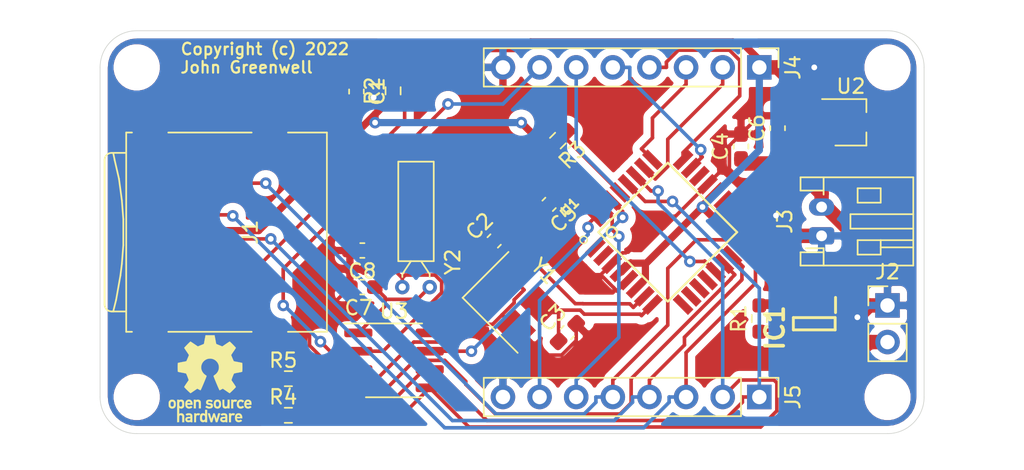
<source format=kicad_pcb>
(kicad_pcb (version 20171130) (host pcbnew "(5.1.10)-1")
  (layers (0 F.Cu signal) (31 B.Cu signal) (34 B.Paste user) (35 F.Paste user) (36 B.SilkS user) (37 F.SilkS user) (38 B.Mask user) (39 F.Mask user) (44 Edge.Cuts user))
  (net 0 "")
  (net 1 +3V3)
  (net 2 GND)
  (net 3 "Net-(C2-Pad1)")
  (net 4 "Net-(C3-Pad1)")
  (net 5 "Net-(C4-Pad1)")
  (net 6 "Net-(C7-Pad1)")
  (net 7 "Net-(C8-Pad1)")
  (net 8 "Net-(IC1-Pad1)")
  (net 9 "Net-(IC1-Pad4)")
  (net 10 "Net-(IC1-Pad5)")
  (net 11 "Net-(J1-Pad8)")
  (net 12 /MISO)
  (net 13 /SCK)
  (net 14 /MOSI)
  (net 15 /CS)
  (net 16 "Net-(J1-Pad1)")
  (net 17 /PB1)
  (net 18 /PC0)
  (net 19 /PC1)
  (net 20 /PC2)
  (net 21 /PC3)
  (net 22 /SCL)
  (net 23 /SDA)
  (net 24 /TXD)
  (net 25 /RXD)
  (net 26 "Net-(R3-Pad1)")
  (net 27 "Net-(U1-Pad2)")
  (net 28 "Net-(U1-Pad9)")
  (net 29 "Net-(U1-Pad10)")
  (net 30 "Net-(U1-Pad11)")
  (net 31 "Net-(U1-Pad12)")
  (net 32 "Net-(U1-Pad19)")
  (net 33 "Net-(U1-Pad22)")
  (net 34 /INT)
  (net 35 /VBAT)
  (net 36 "Net-(U1-Pad1)")
  (module Symbol:OSHW-Logo_5.7x6mm_SilkScreen (layer F.Cu) (at 137.16 109.22)
    (fp_text reference REF** hide)
    (fp_text value OSHW-Logo_5.7x6mm_SilkScreen hide)
  )
  (module MountingHole:MountingHole_2.2mm_M2 (layer F.Cu) (at 132.08 87.63)
    (fp_text reference MH1)
    (fp_text value MountingHole_2.2mm_M2)
    (pad 1 np_thru_hole circle (at 0 0) (size 2.2 2.2) (drill 2.2) (layers *.Cu *.Mask))
  )
  (module MountingHole:MountingHole_2.2mm_M2 (layer F.Cu) (at 132.08 110.49)
    (fp_text reference MH3)
    (fp_text value MountingHole_2.2mm_M2)
    (pad 1 np_thru_hole circle (at 0 0) (size 2.2 2.2) (drill 2.2) (layers *.Cu *.Mask))
  )
  (module MountingHole:MountingHole_2.2mm_M2 (layer F.Cu) (at 184.15 110.49)
    (fp_text reference MH4)
    (fp_text value MountingHole_2.2mm_M2)
    (pad 1 np_thru_hole circle (at 0 0) (size 2.2 2.2) (drill 2.2) (layers *.Cu *.Mask))
  )
  (module MountingHole:MountingHole_2.2mm_M2 (layer F.Cu) (at 184.15 87.63)
    (fp_text reference MH2)
    (fp_text value MountingHole_2.2mm_M2)
    (pad 1 np_thru_hole circle (at 0 0) (size 2.2 2.2) (drill 2.2) (layers *.Cu *.Mask))
  )
  (module Connector_Card:microSD_HC_Wuerth_693072010801 (layer F.Cu) (at 137.16 99.06 90)
    (fp_text reference J1 (at 0 2.794 90) (layer F.SilkS))
    (fp_text value Micro_SD_Card)
    (pad 9 smd rect (at 6.875 -4.15 90) (size 1.45 2) (layers F.Cu F.Paste F.Mask) (net 2 GND))
    (pad 9 smd rect (at -6.875 -4.15 90) (size 1.45 2) (layers F.Cu F.Paste F.Mask) (net 2 GND))
    (pad 9 smd rect (at -6.875 4.15 90) (size 1.45 2) (layers F.Cu F.Paste F.Mask) (net 2 GND))
    (pad 9 smd rect (at 6.875 4.15 90) (size 1.45 2) (layers F.Cu F.Paste F.Mask) (net 2 GND))
    (pad 8 smd rect (at 4.5 -1.55 90) (size 0.8 1.5) (layers F.Cu F.Paste F.Mask) (net 11 "Net-(J1-Pad8)"))
    (pad 7 smd rect (at 3.4 -1.55 90) (size 0.8 1.5) (layers F.Cu F.Paste F.Mask) (net 12 /MISO))
    (pad 6 smd rect (at 2.3 -1.55 90) (size 0.8 1.5) (layers F.Cu F.Paste F.Mask) (net 2 GND))
    (pad 5 smd rect (at 1.2 -1.55 90) (size 0.8 1.5) (layers F.Cu F.Paste F.Mask) (net 13 /SCK))
    (pad 4 smd rect (at 0.1 -1.55 90) (size 0.8 1.5) (layers F.Cu F.Paste F.Mask) (net 1 +3V3))
    (pad 3 smd rect (at -1 -1.55 90) (size 0.8 1.5) (layers F.Cu F.Paste F.Mask) (net 14 /MOSI))
    (pad 2 smd rect (at -2.1 -1.55 90) (size 0.8 1.5) (layers F.Cu F.Paste F.Mask) (net 15 /CS))
    (pad 1 smd rect (at -3.2 -1.55 90) (size 0.8 1.5) (layers F.Cu F.Paste F.Mask) (net 16 "Net-(J1-Pad1)"))
  )
  (module Components:SOT95P280X100-5N (layer F.Cu) (at 179.07 105.41 270)
    (fp_text reference IC1 (at 0.284 2.728 90) (layer F.SilkS) (effects (font (size 1.27 1.27) (thickness 0.254))))
    (fp_text value TP4054-42-SOT25-R hide)
    (pad 1 smd rect (at -1.3 -0.95) (size 0.55 1.05) (layers F.Cu F.Paste F.Mask) (net 8 "Net-(IC1-Pad1)"))
    (pad 2 smd rect (at -1.3 0) (size 0.55 1.05) (layers F.Cu F.Paste F.Mask) (net 2 GND))
    (pad 3 smd rect (at -1.3 0.95) (size 0.55 1.05) (layers F.Cu F.Paste F.Mask) (net 5 "Net-(C4-Pad1)"))
    (pad 4 smd rect (at 1.3 0.95) (size 0.55 1.05) (layers F.Cu F.Paste F.Mask) (net 9 "Net-(IC1-Pad4)"))
    (pad 5 smd rect (at 1.3 -0.95) (size 0.55 1.05) (layers F.Cu F.Paste F.Mask) (net 10 "Net-(IC1-Pad5)"))
  )
  (module Connector_PinHeader_2.54mm:PinHeader_1x02_P2.54mm_Vertical (layer F.Cu) (at 184.15 104.14)
    (fp_text reference J2 (at 0 -2.33) (layer F.SilkS))
    (fp_text value Conn_01x02)
    (pad 1 thru_hole rect (at 0 0) (size 1.7 1.7) (drill 1) (layers *.Cu *.Mask) (net 2 GND))
    (pad 2 thru_hole oval (at 0 2.54) (size 1.7 1.7) (drill 1) (layers *.Cu *.Mask) (net 9 "Net-(IC1-Pad4)"))
  )
  (module Connector_JST:JST_PH_S2B-PH-K_1x02_P2.00mm_Horizontal (layer F.Cu) (at 179.578 99.314 90)
    (fp_text reference J3 (at 1 -2.55 90) (layer F.SilkS))
    (fp_text value Conn_01x02)
    (pad 1 thru_hole roundrect (at 0 0 90) (size 1.2 1.75) (drill 0.75) (layers *.Cu *.Mask) (roundrect_rratio 0.208333) (net 2 GND))
    (pad 2 thru_hole oval (at 2 0 90) (size 1.2 1.75) (drill 0.75) (layers *.Cu *.Mask) (net 5 "Net-(C4-Pad1)"))
  )
  (module Connector_PinHeader_2.54mm:PinHeader_1x08_P2.54mm_Vertical (layer F.Cu) (at 175.26 87.63 270)
    (fp_text reference J4 (at 0 -2.33 90) (layer F.SilkS))
    (fp_text value Conn_01x08)
    (pad 8 thru_hole oval (at 0 17.78 270) (size 1.7 1.7) (drill 1) (layers *.Cu *.Mask) (net 2 GND))
    (pad 7 thru_hole oval (at 0 15.24 270) (size 1.7 1.7) (drill 1) (layers *.Cu *.Mask) (net 35 /VBAT))
    (pad 6 thru_hole oval (at 0 12.7 270) (size 1.7 1.7) (drill 1) (layers *.Cu *.Mask) (net 17 /PB1))
    (pad 5 thru_hole oval (at 0 10.16 270) (size 1.7 1.7) (drill 1) (layers *.Cu *.Mask) (net 18 /PC0))
    (pad 4 thru_hole oval (at 0 7.62 270) (size 1.7 1.7) (drill 1) (layers *.Cu *.Mask) (net 19 /PC1))
    (pad 3 thru_hole oval (at 0 5.08 270) (size 1.7 1.7) (drill 1) (layers *.Cu *.Mask) (net 20 /PC2))
    (pad 2 thru_hole oval (at 0 2.54 270) (size 1.7 1.7) (drill 1) (layers *.Cu *.Mask) (net 21 /PC3))
    (pad 1 thru_hole rect (at 0 0 270) (size 1.7 1.7) (drill 1) (layers *.Cu *.Mask) (net 1 +3V3))
  )
  (module Connector_PinHeader_2.54mm:PinHeader_1x08_P2.54mm_Vertical (layer F.Cu) (at 175.26 110.49 270)
    (fp_text reference J5 (at 0 -2.33 90) (layer F.SilkS))
    (fp_text value Conn_01x08)
    (pad 1 thru_hole rect (at 0 0 270) (size 1.7 1.7) (drill 1) (layers *.Cu *.Mask) (net 22 /SCL))
    (pad 2 thru_hole oval (at 0 2.54 270) (size 1.7 1.7) (drill 1) (layers *.Cu *.Mask) (net 23 /SDA))
    (pad 3 thru_hole oval (at 0 5.08 270) (size 1.7 1.7) (drill 1) (layers *.Cu *.Mask) (net 13 /SCK))
    (pad 4 thru_hole oval (at 0 7.62 270) (size 1.7 1.7) (drill 1) (layers *.Cu *.Mask) (net 14 /MOSI))
    (pad 5 thru_hole oval (at 0 10.16 270) (size 1.7 1.7) (drill 1) (layers *.Cu *.Mask) (net 12 /MISO))
    (pad 6 thru_hole oval (at 0 12.7 270) (size 1.7 1.7) (drill 1) (layers *.Cu *.Mask) (net 24 /TXD))
    (pad 7 thru_hole oval (at 0 15.24 270) (size 1.7 1.7) (drill 1) (layers *.Cu *.Mask) (net 25 /RXD))
    (pad 8 thru_hole oval (at 0 17.78 270) (size 1.7 1.7) (drill 1) (layers *.Cu *.Mask) (net 2 GND))
  )
  (module Resistor_SMD:R_0603_1608Metric_Pad0.98x0.95mm_HandSolder (layer F.Cu) (at 175.26 105.052 90)
    (fp_text reference R1 (at 0 -1.43 90) (layer F.SilkS))
    (fp_text value 2k)
    (pad 2 smd roundrect (at 0.9125 0 90) (size 0.975 0.95) (layers F.Cu F.Paste F.Mask) (net 2 GND))
    (pad 1 smd roundrect (at -0.9125 0 90) (size 0.975 0.95) (layers F.Cu F.Paste F.Mask) (net 10 "Net-(IC1-Pad5)"))
  )
  (module Resistor_SMD:R_0603_1608Metric_Pad0.98x0.95mm_HandSolder (layer F.Cu) (at 149.86 89.2575 90)
    (fp_text reference R2 (at 0 -1.43 90) (layer F.SilkS))
    (fp_text value 10k)
    (pad 1 smd roundrect (at -0.9125 0 90) (size 0.975 0.95) (layers F.Cu F.Paste F.Mask) (net 1 +3V3))
    (pad 2 smd roundrect (at 0.9125 0 90) (size 0.975 0.95) (layers F.Cu F.Paste F.Mask) (net 15 /CS))
  )
  (module Resistor_SMD:R_0603_1608Metric_Pad0.98x0.95mm_HandSolder (layer F.Cu) (at 161.29 92.71 225)
    (fp_text reference R3 (at 0 -1.43 45) (layer F.SilkS))
    (fp_text value 10k)
    (pad 1 smd roundrect (at -0.9125 0 225) (size 0.975 0.95) (layers F.Cu F.Paste F.Mask) (net 26 "Net-(R3-Pad1)"))
    (pad 2 smd roundrect (at 0.9125 0 225) (size 0.975 0.95) (layers F.Cu F.Paste F.Mask) (net 1 +3V3))
  )
  (module Components:QFP80P900X900X120-32N (layer F.Cu) (at 168.91 99.06 45)
    (fp_text reference U1 (at -3.545823 -6.04212 45) (layer F.SilkS) (effects (font (size 0.641669 0.641669))))
    (fp_text value ATMEGA328-AU)
    (pad 1 smd rect (at -4.3 -2.8 45) (size 1.5 0.55) (layers F.Cu F.Paste F.Mask) (net 36 "Net-(U1-Pad1)"))
    (pad 2 smd rect (at -4.3 -2 45) (size 1.5 0.55) (layers F.Cu F.Paste F.Mask) (net 27 "Net-(U1-Pad2)"))
    (pad 3 smd rect (at -4.3 -1.2 45) (size 1.5 0.55) (layers F.Cu F.Paste F.Mask) (net 2 GND))
    (pad 4 smd rect (at -4.3 -0.4 45) (size 1.5 0.55) (layers F.Cu F.Paste F.Mask) (net 1 +3V3))
    (pad 5 smd rect (at -4.3 0.4 45) (size 1.5 0.55) (layers F.Cu F.Paste F.Mask) (net 2 GND))
    (pad 6 smd rect (at -4.3 1.2 45) (size 1.5 0.55) (layers F.Cu F.Paste F.Mask) (net 1 +3V3))
    (pad 7 smd rect (at -4.3 2 45) (size 1.5 0.55) (layers F.Cu F.Paste F.Mask) (net 3 "Net-(C2-Pad1)"))
    (pad 8 smd rect (at -4.3 2.8 45) (size 1.5 0.55) (layers F.Cu F.Paste F.Mask) (net 4 "Net-(C3-Pad1)"))
    (pad 9 smd rect (at -2.8 4.3 45) (size 0.55 1.5) (layers F.Cu F.Paste F.Mask) (net 28 "Net-(U1-Pad9)"))
    (pad 10 smd rect (at -2 4.3 45) (size 0.55 1.5) (layers F.Cu F.Paste F.Mask) (net 29 "Net-(U1-Pad10)"))
    (pad 11 smd rect (at -1.2 4.3 45) (size 0.55 1.5) (layers F.Cu F.Paste F.Mask) (net 30 "Net-(U1-Pad11)"))
    (pad 12 smd rect (at -0.4 4.3 45) (size 0.55 1.5) (layers F.Cu F.Paste F.Mask) (net 31 "Net-(U1-Pad12)"))
    (pad 13 smd rect (at 0.4 4.3 45) (size 0.55 1.5) (layers F.Cu F.Paste F.Mask) (net 17 /PB1))
    (pad 14 smd rect (at 1.2 4.3 45) (size 0.55 1.5) (layers F.Cu F.Paste F.Mask) (net 15 /CS))
    (pad 15 smd rect (at 2 4.3 45) (size 0.55 1.5) (layers F.Cu F.Paste F.Mask) (net 14 /MOSI))
    (pad 16 smd rect (at 2.8 4.3 45) (size 0.55 1.5) (layers F.Cu F.Paste F.Mask) (net 12 /MISO))
    (pad 17 smd rect (at 4.3 2.8 45) (size 1.5 0.55) (layers F.Cu F.Paste F.Mask) (net 13 /SCK))
    (pad 18 smd rect (at 4.3 2 45) (size 1.5 0.55) (layers F.Cu F.Paste F.Mask) (net 1 +3V3))
    (pad 19 smd rect (at 4.3 1.2 45) (size 1.5 0.55) (layers F.Cu F.Paste F.Mask) (net 32 "Net-(U1-Pad19)"))
    (pad 20 smd rect (at 4.3 0.4 45) (size 1.5 0.55) (layers F.Cu F.Paste F.Mask) (net 1 +3V3))
    (pad 21 smd rect (at 4.3 -0.4 45) (size 1.5 0.55) (layers F.Cu F.Paste F.Mask) (net 2 GND))
    (pad 22 smd rect (at 4.3 -1.2 45) (size 1.5 0.55) (layers F.Cu F.Paste F.Mask) (net 33 "Net-(U1-Pad22)"))
    (pad 23 smd rect (at 4.3 -2 45) (size 1.5 0.55) (layers F.Cu F.Paste F.Mask) (net 18 /PC0))
    (pad 24 smd rect (at 4.3 -2.8 45) (size 1.5 0.55) (layers F.Cu F.Paste F.Mask) (net 19 /PC1))
    (pad 25 smd rect (at 2.8 -4.3 45) (size 0.55 1.5) (layers F.Cu F.Paste F.Mask) (net 20 /PC2))
    (pad 26 smd rect (at 2 -4.3 45) (size 0.55 1.5) (layers F.Cu F.Paste F.Mask) (net 21 /PC3))
    (pad 27 smd rect (at 1.2 -4.3 45) (size 0.55 1.5) (layers F.Cu F.Paste F.Mask) (net 23 /SDA))
    (pad 28 smd rect (at 0.4 -4.3 45) (size 0.55 1.5) (layers F.Cu F.Paste F.Mask) (net 22 /SCL))
    (pad 29 smd rect (at -0.4 -4.3 45) (size 0.55 1.5) (layers F.Cu F.Paste F.Mask) (net 26 "Net-(R3-Pad1)"))
    (pad 30 smd rect (at -1.2 -4.3 45) (size 0.55 1.5) (layers F.Cu F.Paste F.Mask) (net 25 /RXD))
    (pad 31 smd rect (at -2 -4.3 45) (size 0.55 1.5) (layers F.Cu F.Paste F.Mask) (net 24 /TXD))
    (pad 32 smd rect (at -2.8 -4.3 45) (size 0.55 1.5) (layers F.Cu F.Paste F.Mask) (net 34 /INT))
  )
  (module Package_TO_SOT_SMD:SOT-23W_Handsoldering (layer F.Cu) (at 181.61 91.44)
    (fp_text reference U2 (at 0 -2.5) (layer F.SilkS))
    (fp_text value MCP1700-3302E_SOT23)
    (pad 1 smd rect (at -1.7 -0.95) (size 2 0.7) (layers F.Cu F.Paste F.Mask) (net 2 GND))
    (pad 2 smd rect (at -1.7 0.95) (size 2 0.7) (layers F.Cu F.Paste F.Mask) (net 1 +3V3))
    (pad 3 smd rect (at 1.7 0) (size 2 0.7) (layers F.Cu F.Paste F.Mask) (net 5 "Net-(C4-Pad1)"))
  )
  (module Package_SO:SOIC-8_3.9x4.9mm_P1.27mm (layer F.Cu) (at 149.925 107.95)
    (fp_text reference U3 (at 0 -3.4) (layer F.SilkS))
    (fp_text value DS1307Z+)
    (pad 1 smd roundrect (at -2.475 -1.905) (size 1.95 0.6) (layers F.Cu F.Paste F.Mask) (net 6 "Net-(C7-Pad1)"))
    (pad 2 smd roundrect (at -2.475 -0.635) (size 1.95 0.6) (layers F.Cu F.Paste F.Mask) (net 7 "Net-(C8-Pad1)"))
    (pad 3 smd roundrect (at -2.475 0.635) (size 1.95 0.6) (layers F.Cu F.Paste F.Mask) (net 35 /VBAT))
    (pad 4 smd roundrect (at -2.475 1.905) (size 1.95 0.6) (layers F.Cu F.Paste F.Mask) (net 2 GND))
    (pad 5 smd roundrect (at 2.475 1.905) (size 1.95 0.6) (layers F.Cu F.Paste F.Mask) (net 23 /SDA))
    (pad 6 smd roundrect (at 2.475 0.635) (size 1.95 0.6) (layers F.Cu F.Paste F.Mask) (net 22 /SCL))
    (pad 7 smd roundrect (at 2.475 -0.635) (size 1.95 0.6) (layers F.Cu F.Paste F.Mask) (net 34 /INT))
    (pad 8 smd roundrect (at 2.475 -1.905) (size 1.95 0.6) (layers F.Cu F.Paste F.Mask) (net 1 +3V3))
  )
  (module Crystal:Crystal_C26-LF_D2.1mm_L6.5mm_Horizontal (layer F.Cu) (at 152.4 102.87 180)
    (fp_text reference Y2 (at -1.6 1.75 90) (layer F.SilkS))
    (fp_text value Crystal_Small)
    (pad 1 thru_hole circle (at 0 0 180) (size 1 1) (drill 0.5) (layers *.Cu *.Mask) (net 6 "Net-(C7-Pad1)"))
    (pad 2 thru_hole circle (at 1.9 0 180) (size 1 1) (drill 0.5) (layers *.Cu *.Mask) (net 7 "Net-(C8-Pad1)"))
  )
  (module Crystal:Crystal_SMD_TXC_7M-4Pin_3.2x2.5mm_HandSoldering (layer F.Cu) (at 158.182 103.928 315)
    (fp_text reference Y1 (at 0 -3.05 135) (layer F.SilkS))
    (fp_text value Crystal_GND24_Small)
    (pad 1 smd rect (at -1.45 1.15 315) (size 2.1 1.8) (layers F.Cu F.Paste F.Mask) (net 3 "Net-(C2-Pad1)"))
    (pad 2 smd rect (at 1.45 1.15 315) (size 2.1 1.8) (layers F.Cu F.Paste F.Mask) (net 2 GND))
    (pad 3 smd rect (at 1.45 -1.15 315) (size 2.1 1.8) (layers F.Cu F.Paste F.Mask) (net 4 "Net-(C3-Pad1)"))
    (pad 4 smd rect (at -1.45 -1.15 315) (size 2.1 1.8) (layers F.Cu F.Paste F.Mask) (net 2 GND))
  )
  (module Capacitor_SMD:C_0603_1608Metric_Pad1.08x0.95mm_HandSolder (layer F.Cu) (at 147.32 89.3075 270)
    (fp_text reference C1 (at 0 -1.43 90) (layer F.SilkS))
    (fp_text value C)
    (pad 1 smd roundrect (at -0.8625 0 270) (size 1.075 0.95) (layers F.Cu F.Paste F.Mask) (net 1 +3V3))
    (pad 2 smd roundrect (at 0.8625 0 270) (size 1.075 0.95) (layers F.Cu F.Paste F.Mask) (net 2 GND))
  )
  (module Capacitor_SMD:C_0603_1608Metric_Pad1.08x0.95mm_HandSolder (layer F.Cu) (at 156.87 99.6699 45)
    (fp_text reference C2 (at 0 -1.43 45) (layer F.SilkS))
    (fp_text value 16pF)
    (pad 1 smd roundrect (at -0.8625 0 45) (size 1.075 0.95) (layers F.Cu F.Paste F.Mask) (net 3 "Net-(C2-Pad1)"))
    (pad 2 smd roundrect (at 0.8625 0 45) (size 1.075 0.95) (layers F.Cu F.Paste F.Mask) (net 2 GND))
  )
  (module Capacitor_SMD:C_0603_1608Metric_Pad1.08x0.95mm_HandSolder (layer F.Cu) (at 161.95 106.02 45)
    (fp_text reference C3 (at 0 -1.43 45) (layer F.SilkS))
    (fp_text value 16pF)
    (pad 2 smd roundrect (at 0.8625 0 45) (size 1.075 0.95) (layers F.Cu F.Paste F.Mask) (net 2 GND))
    (pad 1 smd roundrect (at -0.8625 0 45) (size 1.075 0.95) (layers F.Cu F.Paste F.Mask) (net 4 "Net-(C3-Pad1)"))
  )
  (module Capacitor_SMD:C_0603_1608Metric_Pad1.08x0.95mm_HandSolder (layer F.Cu) (at 173.99 93.1175 90)
    (fp_text reference C4 (at 0 -1.43 90) (layer F.SilkS))
    (fp_text value 10uF)
    (pad 2 smd roundrect (at 0.8625 0 90) (size 1.075 0.95) (layers F.Cu F.Paste F.Mask) (net 2 GND))
    (pad 1 smd roundrect (at -0.8625 0 90) (size 1.075 0.95) (layers F.Cu F.Paste F.Mask) (net 5 "Net-(C4-Pad1)"))
  )
  (module Capacitor_SMD:C_0603_1608Metric_Pad1.08x0.95mm_HandSolder (layer F.Cu) (at 160.68 97.1299 225)
    (fp_text reference C5 (at 0 -1.43 45) (layer F.SilkS))
    (fp_text value 1uF)
    (pad 1 smd roundrect (at -0.8625 0 225) (size 1.075 0.95) (layers F.Cu F.Paste F.Mask) (net 1 +3V3))
    (pad 2 smd roundrect (at 0.8625 0 225) (size 1.075 0.95) (layers F.Cu F.Paste F.Mask) (net 2 GND))
  )
  (module Capacitor_SMD:C_0603_1608Metric_Pad1.08x0.95mm_HandSolder (layer F.Cu) (at 176.53 91.8475 90)
    (fp_text reference C6 (at 0 -1.43 90) (layer F.SilkS))
    (fp_text value 33uF)
    (pad 2 smd roundrect (at 0.8625 0 90) (size 1.075 0.95) (layers F.Cu F.Paste F.Mask) (net 2 GND))
    (pad 1 smd roundrect (at -0.8625 0 90) (size 1.075 0.95) (layers F.Cu F.Paste F.Mask) (net 1 +3V3))
  )
  (module Capacitor_SMD:C_0603_1608Metric_Pad1.08x0.95mm_HandSolder (layer F.Cu) (at 147.728 102.87 180)
    (fp_text reference C7 (at 0.254 -1.43) (layer F.SilkS))
    (fp_text value 16pF)
    (pad 2 smd roundrect (at 0.8625 0 180) (size 1.075 0.95) (layers F.Cu F.Paste F.Mask) (net 2 GND))
    (pad 1 smd roundrect (at -0.8625 0 180) (size 1.075 0.95) (layers F.Cu F.Paste F.Mask) (net 6 "Net-(C7-Pad1)"))
  )
  (module Capacitor_SMD:C_0603_1608Metric_Pad1.08x0.95mm_HandSolder (layer F.Cu) (at 147.728 100.33 180)
    (fp_text reference C8 (at 0 -1.43) (layer F.SilkS))
    (fp_text value 16pF)
    (pad 1 smd roundrect (at -0.8625 0 180) (size 1.075 0.95) (layers F.Cu F.Paste F.Mask) (net 7 "Net-(C8-Pad1)"))
    (pad 2 smd roundrect (at 0.8625 0 180) (size 1.075 0.95) (layers F.Cu F.Paste F.Mask) (net 2 GND))
  )
  (module Resistor_SMD:R_0603_1608Metric_Pad0.98x0.95mm_HandSolder (layer F.Cu) (at 142.598 111.76 180)
    (fp_text reference R4 (at 0.358 1.27) (layer F.SilkS))
    (fp_text value 10k)
    (pad 1 smd roundrect (at -0.9125 0 180) (size 0.975 0.95) (layers F.Cu F.Paste F.Mask) (net 23 /SDA))
    (pad 2 smd roundrect (at 0.9125 0 180) (size 0.975 0.95) (layers F.Cu F.Paste F.Mask) (net 1 +3V3))
  )
  (module Resistor_SMD:R_0603_1608Metric_Pad0.98x0.95mm_HandSolder (layer F.Cu) (at 142.598 109.22 180)
    (fp_text reference R5 (at 0.358 1.27) (layer F.SilkS))
    (fp_text value 10k)
    (pad 1 smd roundrect (at -0.9125 0 180) (size 0.975 0.95) (layers F.Cu F.Paste F.Mask) (net 22 /SCL))
    (pad 2 smd roundrect (at 0.9125 0 180) (size 0.975 0.95) (layers F.Cu F.Paste F.Mask) (net 1 +3V3))
  )
  (gr_text "John Greenwell" (at 139.7 87.63) (layer F.SilkS) (effects (font (size 0.8 0.8))))
  (gr_text "Copyright (c) 2022" (at 140.97 86.36) (layer F.SilkS) (effects (font (size 0.8 0.8))))
  (gr_arc (start 132.08 87.63) (end 132.08 85.09) (angle -90) (layer Edge.Cuts) (width 0.05))
  (gr_arc (start 132.08 110.49) (end 129.54 110.49) (angle -90) (layer Edge.Cuts) (width 0.05))
  (gr_arc (start 184.15 110.49) (end 184.15 113.03) (angle -90) (layer Edge.Cuts) (width 0.05))
  (gr_arc (start 184.15 87.63) (end 186.69 87.63) (angle -90) (layer Edge.Cuts) (width 0.05))
  (gr_line (start 132.08 85.09) (end 184.15 85.09) (layer Edge.Cuts) (width 0.05))
  (gr_line (start 129.54 110.49) (end 129.54 87.63) (layer Edge.Cuts) (width 0.05))
  (gr_line (start 184.15 113.03) (end 132.08 113.03) (layer Edge.Cuts) (width 0.05))
  (gr_line (start 186.69 110.49) (end 186.69 87.63) (layer Edge.Cuts) (width 0.05))
  (segment (start 166.5599 101.2703) (end 166.347 101.0573) (width 0.25) (layer F.Cu) (net 1))
  (segment (start 167.359 101.2703) (end 167.359 102.0692) (width 0.25) (layer F.Cu) (net 1))
  (segment (start 167.359 102.0692) (end 167.4785 102.1886) (width 0.25) (layer F.Cu) (net 1))
  (segment (start 166.718 102.9491) (end 167.4785 102.1886) (width 0.25) (layer F.Cu) (net 1))
  (segment (start 165.5866 101.8177) (end 166.347 101.0573) (width 0.25) (layer F.Cu) (net 1))
  (segment (start 171.3156 97.3137) (end 171.3944 97.3137) (width 0.25) (layer F.Cu) (net 1))
  (segment (start 171.3944 97.3137) (end 171.4731 97.235) (width 0.25) (layer F.Cu) (net 1))
  (segment (start 171.4731 97.235) (end 171.4731 97.0627) (width 0.25) (layer F.Cu) (net 1))
  (segment (start 171.4731 97.0627) (end 171.4731 97.0626) (width 0.25) (layer F.Cu) (net 1))
  (segment (start 171.4731 97.235) (end 172.4321 98.194) (width 0.25) (layer F.Cu) (net 1))
  (segment (start 172.4321 98.194) (end 172.6045 98.194) (width 0.25) (layer F.Cu) (net 1))
  (segment (start 173.3648 97.4337) (end 172.6045 98.194) (width 0.25) (layer F.Cu) (net 1))
  (segment (start 160.6448 95.8749) (end 161.2899 96.52) (width 0.25) (layer F.Cu) (net 1))
  (segment (start 153.7549 100.9164) (end 158.7964 95.8749) (width 0.25) (layer F.Cu) (net 1))
  (segment (start 158.7964 95.8749) (end 160.6448 95.8749) (width 0.25) (layer F.Cu) (net 1))
  (segment (start 160.6448 95.8749) (end 160.6448 93.3552) (width 0.25) (layer F.Cu) (net 1))
  (segment (start 158.75 91.4604) (end 158.75 91.4604) (width 0.25) (layer F.Cu) (net 1))
  (segment (start 150.491 86.4124) (end 158.6552 86.4124) (width 0.25) (layer F.Cu) (net 1))
  (segment (start 172.2334 96.3023) (end 171.4731 97.0626) (width 0.25) (layer F.Cu) (net 1))
  (segment (start 149.2418 89.1751) (end 148.5117 88.445) (width 0.25) (layer F.Cu) (net 1))
  (segment (start 148.5117 88.445) (end 147.32 88.445) (width 0.25) (layer F.Cu) (net 1))
  (via (at 171.3156 97.3137) (size 0.8) (layers F.Cu B.Cu) (net 1))
  (segment (start 177.8 92.71) (end 176.53 92.71) (width 1) (layer F.Cu) (net 1))
  (segment (start 178.12 92.39) (end 177.8 92.71) (width 1) (layer F.Cu) (net 1))
  (segment (start 178.75 92.39) (end 177.8 91.44) (width 1) (layer F.Cu) (net 1))
  (segment (start 179.91 92.39) (end 178.75 92.39) (width 1) (layer F.Cu) (net 1))
  (segment (start 178.75 92.39) (end 178.12 92.39) (width 1) (layer F.Cu) (net 1))
  (segment (start 177.8 91.44) (end 177.8 88.9) (width 1) (layer F.Cu) (net 1))
  (segment (start 177.8 88.9) (end 176.53 87.63) (width 1) (layer F.Cu) (net 1))
  (segment (start 176.53 87.63) (end 175.26 87.63) (width 1) (layer F.Cu) (net 1))
  (segment (start 175.26 87.1121) (end 175.26 87.63) (width 0.5) (layer F.Cu) (net 1))
  (segment (start 174.1274 85.9795) (end 175.26 87.1121) (width 0.5) (layer F.Cu) (net 1))
  (segment (start 173.547286 85.9795) (end 174.1274 85.9795) (width 0.5) (layer F.Cu) (net 1))
  (segment (start 173.429678 85.861892) (end 173.547286 85.9795) (width 0.5) (layer F.Cu) (net 1))
  (segment (start 159.395308 85.861892) (end 173.429678 85.861892) (width 0.5) (layer F.Cu) (net 1))
  (segment (start 158.927201 86.329999) (end 159.395308 85.861892) (width 0.5) (layer F.Cu) (net 1))
  (segment (start 149.435001 86.329999) (end 158.927201 86.329999) (width 0.5) (layer F.Cu) (net 1))
  (segment (start 147.32 88.445) (end 149.435001 86.329999) (width 0.5) (layer F.Cu) (net 1))
  (segment (start 149.86 89.816098) (end 149.86 90.17) (width 0.5) (layer F.Cu) (net 1))
  (segment (start 148.488902 88.445) (end 149.86 89.816098) (width 0.5) (layer F.Cu) (net 1))
  (segment (start 147.32 88.445) (end 148.488902 88.445) (width 0.5) (layer F.Cu) (net 1))
  (segment (start 135.61961 98.95039) (end 135.61 98.96) (width 0.5) (layer F.Cu) (net 1))
  (segment (start 140.538712 98.95039) (end 135.61961 98.95039) (width 0.5) (layer F.Cu) (net 1))
  (segment (start 149.319102 90.17) (end 140.538712 98.95039) (width 0.5) (layer F.Cu) (net 1))
  (segment (start 149.86 90.17) (end 149.319102 90.17) (width 0.5) (layer F.Cu) (net 1))
  (segment (start 140.609998 109.22) (end 141.6855 109.22) (width 0.5) (layer F.Cu) (net 1))
  (segment (start 134.409999 103.020001) (end 140.609998 109.22) (width 0.5) (layer F.Cu) (net 1))
  (segment (start 134.409999 99.299999) (end 134.409999 103.020001) (width 0.5) (layer F.Cu) (net 1))
  (segment (start 134.749998 98.96) (end 134.409999 99.299999) (width 0.5) (layer F.Cu) (net 1))
  (segment (start 135.61 98.96) (end 134.749998 98.96) (width 0.5) (layer F.Cu) (net 1))
  (segment (start 141.6855 111.76) (end 141.6855 109.22) (width 0.5) (layer F.Cu) (net 1))
  (segment (start 152.4 106.045) (end 153.7549 104.6901) (width 0.5) (layer F.Cu) (net 1))
  (segment (start 153.80411 103.490376) (end 153.80411 100.96561) (width 0.5) (layer F.Cu) (net 1))
  (segment (start 153.80411 100.96561) (end 153.7549 100.9164) (width 0.5) (layer F.Cu) (net 1))
  (segment (start 153.7549 103.539586) (end 153.80411 103.490376) (width 0.5) (layer F.Cu) (net 1))
  (segment (start 153.7549 104.6901) (end 153.7549 103.539586) (width 0.5) (layer F.Cu) (net 1))
  (segment (start 158.660214 95.8749) (end 160.6448 95.8749) (width 0.5) (layer F.Cu) (net 1))
  (segment (start 153.80411 100.731004) (end 158.660214 95.8749) (width 0.5) (layer F.Cu) (net 1))
  (segment (start 153.80411 100.96561) (end 153.80411 100.731004) (width 0.5) (layer F.Cu) (net 1))
  (segment (start 160.6448 95.87494) (end 160.6448 95.8749) (width 0.5) (layer F.Cu) (net 1))
  (segment (start 161.28988 96.52002) (end 160.6448 95.87494) (width 0.5) (layer F.Cu) (net 1))
  (segment (start 160.6448 95.87494) (end 160.6448 93.3348) (width 0.5) (layer F.Cu) (net 1))
  (segment (start 158.75 91.46047) (end 158.75 91.4604) (width 0.5) (layer F.Cu) (net 1))
  (segment (start 160.644765 93.355235) (end 158.75 91.46047) (width 0.5) (layer F.Cu) (net 1))
  (segment (start 158.75 91.4604) (end 160.6448 93.3552) (width 0.25) (layer F.Cu) (net 1))
  (via (at 158.75 91.4604) (size 0.8) (drill 0.4) (layers F.Cu B.Cu) (net 1))
  (segment (start 158.75 91.4604) (end 152.4204 91.4604) (width 0.5) (layer B.Cu) (net 1))
  (segment (start 152.4204 91.4604) (end 152.4204 91.4604) (width 0.5) (layer B.Cu) (net 1))
  (segment (start 152.4204 91.4604) (end 148.6104 91.4604) (width 0.5) (layer B.Cu) (net 1))
  (segment (start 148.6104 91.4604) (end 148.6104 91.4604) (width 0.5) (layer B.Cu) (net 1))
  (via (at 148.6104 91.4604) (size 0.8) (drill 0.4) (layers F.Cu B.Cu) (net 1))
  (segment (start 148.6104 90.878702) (end 149.319102 90.17) (width 0.5) (layer F.Cu) (net 1))
  (segment (start 148.6104 91.4604) (end 148.6104 90.878702) (width 0.5) (layer F.Cu) (net 1))
  (segment (start 166.301758 101.208608) (end 167.248608 101.208608) (width 0.5) (layer F.Cu) (net 1))
  (segment (start 165.69265 101.817716) (end 166.301758 101.208608) (width 0.5) (layer F.Cu) (net 1))
  (segment (start 165.586598 101.817716) (end 165.69265 101.817716) (width 0.5) (layer F.Cu) (net 1))
  (segment (start 167.248608 101.208608) (end 167.3103 101.2703) (width 0.5) (layer F.Cu) (net 1))
  (segment (start 167.3103 101.2703) (end 166.5599 101.2703) (width 0.25) (layer F.Cu) (net 1))
  (segment (start 167.359 101.2703) (end 167.3103 101.2703) (width 0.25) (layer F.Cu) (net 1))
  (segment (start 167.359 102.308056) (end 166.717969 102.949087) (width 0.5) (layer F.Cu) (net 1))
  (segment (start 167.359 101.2703) (end 167.359 102.308056) (width 0.5) (layer F.Cu) (net 1))
  (segment (start 167.359 101.2703) (end 171.3156 97.3137) (width 0.5) (layer F.Cu) (net 1))
  (segment (start 171.3156 97.220086) (end 172.233402 96.302284) (width 0.5) (layer F.Cu) (net 1))
  (segment (start 171.3156 97.3137) (end 171.3156 97.220086) (width 0.5) (layer F.Cu) (net 1))
  (segment (start 172.755664 98.042763) (end 173.364773 97.433654) (width 0.5) (layer F.Cu) (net 1))
  (segment (start 172.044663 98.042763) (end 172.755664 98.042763) (width 0.5) (layer F.Cu) (net 1))
  (segment (start 171.3156 97.3137) (end 172.044663 98.042763) (width 0.5) (layer F.Cu) (net 1))
  (segment (start 171.3156 97.3137) (end 175.26 93.3693) (width 0.5) (layer B.Cu) (net 1))
  (segment (start 175.26 93.3693) (end 175.26 87.63) (width 0.5) (layer B.Cu) (net 1))
  (segment (start 158.3204 107.5849) (end 158.3204 108.4743) (width 0.25) (layer F.Cu) (net 2))
  (segment (start 158.3204 108.4743) (end 157.48 109.3147) (width 0.25) (layer F.Cu) (net 2))
  (segment (start 158.3204 105.6928) (end 158.3204 107.5849) (width 0.25) (layer F.Cu) (net 2))
  (segment (start 162.5599 105.4101) (end 162.5599 106.5769) (width 0.25) (layer F.Cu) (net 2))
  (segment (start 162.5599 106.5769) (end 161.5519 107.5849) (width 0.25) (layer F.Cu) (net 2))
  (segment (start 161.5519 107.5849) (end 158.3204 107.5849) (width 0.25) (layer F.Cu) (net 2))
  (segment (start 157.48 110.49) (end 157.48 109.3147) (width 0.25) (layer F.Cu) (net 2))
  (segment (start 158.3204 105.6928) (end 157.4217 104.794) (width 0.25) (layer F.Cu) (net 2))
  (segment (start 158.3941 105.7665) (end 158.3204 105.6928) (width 0.25) (layer F.Cu) (net 2))
  (segment (start 146.8655 102.87) (end 146.8655 100.33) (width 0.25) (layer F.Cu) (net 2))
  (segment (start 144.0638 105.935) (end 144.0638 105.6717) (width 0.25) (layer F.Cu) (net 2))
  (segment (start 144.0638 105.6717) (end 146.8655 102.87) (width 0.25) (layer F.Cu) (net 2))
  (segment (start 157.4799 99.06) (end 158.0591 98.4808) (width 0.25) (layer F.Cu) (net 2))
  (segment (start 158.0591 98.4808) (end 160.0701 98.4808) (width 0.25) (layer F.Cu) (net 2))
  (segment (start 154.5992 105.4485) (end 154.5992 100.7491) (width 0.25) (layer F.Cu) (net 2))
  (segment (start 154.5992 100.7491) (end 156.2883 99.06) (width 0.25) (layer F.Cu) (net 2))
  (segment (start 156.2883 99.06) (end 157.4799 99.06) (width 0.25) (layer F.Cu) (net 2))
  (segment (start 160.0701 98.4808) (end 163.6016 102.0123) (width 0.25) (layer F.Cu) (net 2))
  (segment (start 163.6016 102.0123) (end 164.2605 102.0123) (width 0.25) (layer F.Cu) (net 2))
  (segment (start 160.0701 97.7398) (end 160.0701 98.4808) (width 0.25) (layer F.Cu) (net 2))
  (segment (start 157.4217 104.794) (end 158.2559 103.9598) (width 0.25) (layer F.Cu) (net 2))
  (segment (start 158.2559 103.9598) (end 158.2559 103.7484) (width 0.25) (layer F.Cu) (net 2))
  (segment (start 158.2559 103.7484) (end 158.9424 103.0619) (width 0.25) (layer F.Cu) (net 2))
  (segment (start 154.5992 105.4485) (end 156.7672 105.4485) (width 0.25) (layer F.Cu) (net 2))
  (segment (start 156.7672 105.4485) (end 157.4217 104.794) (width 0.25) (layer F.Cu) (net 2))
  (segment (start 147.32 90.17) (end 145.305 92.185) (width 0.25) (layer F.Cu) (net 2))
  (segment (start 145.305 92.185) (end 141.31 92.185) (width 0.25) (layer F.Cu) (net 2))
  (segment (start 148.5085 89.7226) (end 147.7674 89.7226) (width 0.25) (layer F.Cu) (net 2))
  (segment (start 147.7674 89.7226) (end 147.32 90.17) (width 0.25) (layer F.Cu) (net 2))
  (segment (start 147.45 109.855) (end 148.1228 109.855) (width 0.25) (layer F.Cu) (net 2))
  (segment (start 148.1228 109.855) (end 151.2978 106.68) (width 0.25) (layer F.Cu) (net 2))
  (segment (start 151.2978 106.68) (end 153.4612 106.68) (width 0.25) (layer F.Cu) (net 2))
  (segment (start 153.4612 106.68) (end 154.5992 105.542) (width 0.25) (layer F.Cu) (net 2))
  (segment (start 154.5992 105.542) (end 154.5992 105.4485) (width 0.25) (layer F.Cu) (net 2))
  (segment (start 176.5025 103.8396) (end 177.6232 104.9603) (width 0.25) (layer F.Cu) (net 2))
  (segment (start 177.6232 104.9603) (end 179.07 104.9603) (width 0.25) (layer F.Cu) (net 2))
  (segment (start 177.8275 99.314) (end 176.5025 100.639) (width 0.25) (layer F.Cu) (net 2))
  (segment (start 176.5025 100.639) (end 176.5025 103.8396) (width 0.25) (layer F.Cu) (net 2))
  (segment (start 175.26 104.1395) (end 175.5599 103.8396) (width 0.25) (layer F.Cu) (net 2))
  (segment (start 175.5599 103.8396) (end 176.5025 103.8396) (width 0.25) (layer F.Cu) (net 2))
  (segment (start 179.07 104.11) (end 179.07 104.9603) (width 0.25) (layer F.Cu) (net 2))
  (segment (start 173.99 92.255) (end 173.1832 93.0618) (width 0.25) (layer F.Cu) (net 2))
  (segment (start 173.1832 93.0618) (end 173.1832 94.6697) (width 0.25) (layer F.Cu) (net 2))
  (segment (start 172.4281 94.9762) (end 172.7346 94.6697) (width 0.25) (layer F.Cu) (net 2))
  (segment (start 172.7346 94.6697) (end 173.1832 94.6697) (width 0.25) (layer F.Cu) (net 2))
  (segment (start 157.48 87.63) (end 150.6011 87.63) (width 0.25) (layer B.Cu) (net 2))
  (segment (start 150.6011 87.63) (end 148.5085 89.7226) (width 0.25) (layer B.Cu) (net 2))
  (segment (start 171.6677 95.7366) (end 172.4281 94.9762) (width 0.25) (layer F.Cu) (net 2))
  (segment (start 144.0638 105.935) (end 144.0638 106.9162) (width 0.25) (layer F.Cu) (net 2))
  (segment (start 144.0638 106.9162) (end 147.0026 109.855) (width 0.25) (layer F.Cu) (net 2))
  (segment (start 147.0026 109.855) (end 147.45 109.855) (width 0.25) (layer F.Cu) (net 2))
  (segment (start 164.2605 102.0123) (end 164.2606 102.0123) (width 0.25) (layer F.Cu) (net 2))
  (segment (start 164.2605 102.0123) (end 164.2605 102.0124) (width 0.25) (layer F.Cu) (net 2))
  (segment (start 164.2605 102.0124) (end 165.1509 102.9028) (width 0.25) (layer F.Cu) (net 2))
  (segment (start 165.1509 102.9028) (end 165.151 102.9028) (width 0.25) (layer F.Cu) (net 2))
  (segment (start 165.151 102.9028) (end 165.392 103.1437) (width 0.25) (layer F.Cu) (net 2))
  (segment (start 166.1523 102.3834) (end 165.392 103.1437) (width 0.25) (layer F.Cu) (net 2))
  (segment (start 165.0209 101.252) (end 164.2606 102.0123) (width 0.25) (layer F.Cu) (net 2))
  (segment (start 146.8655 100.33) (end 157.48 89.7155) (width 0.25) (layer F.Cu) (net 2))
  (segment (start 157.48 89.7155) (end 157.48 88.8053) (width 0.25) (layer F.Cu) (net 2))
  (segment (start 144.0638 105.935) (end 142.6353 105.935) (width 0.25) (layer F.Cu) (net 2))
  (segment (start 141.31 105.935) (end 142.6353 105.935) (width 0.25) (layer F.Cu) (net 2))
  (segment (start 165.7814 100.4915) (end 165.7814 100.4916) (width 0.25) (layer F.Cu) (net 2))
  (segment (start 165.7814 100.4916) (end 165.9933 100.4916) (width 0.25) (layer F.Cu) (net 2))
  (segment (start 165.9933 100.4916) (end 166.0463 100.4386) (width 0.25) (layer F.Cu) (net 2))
  (segment (start 166.0463 100.4386) (end 166.1703 100.4386) (width 0.25) (layer F.Cu) (net 2))
  (segment (start 166.1703 100.4386) (end 167.8324 98.7765) (width 0.25) (layer F.Cu) (net 2))
  (segment (start 167.8324 98.7765) (end 168.6278 98.7765) (width 0.25) (layer F.Cu) (net 2))
  (segment (start 168.6278 98.7765) (end 171.6677 95.7366) (width 0.25) (layer F.Cu) (net 2))
  (segment (start 165.0209 101.252) (end 165.7814 100.4915) (width 0.25) (layer F.Cu) (net 2))
  (segment (start 157.48 87.63) (end 157.48 88.8053) (width 0.25) (layer F.Cu) (net 2))
  (segment (start 134.5347 96.76) (end 133.01 98.2847) (width 0.25) (layer F.Cu) (net 2))
  (segment (start 133.01 98.2847) (end 133.01 105.935) (width 0.25) (layer F.Cu) (net 2))
  (segment (start 134.5347 92.7101) (end 134.5347 96.76) (width 0.25) (layer F.Cu) (net 2))
  (segment (start 134.5347 92.7101) (end 139.4596 92.7101) (width 0.25) (layer F.Cu) (net 2))
  (segment (start 139.4596 92.7101) (end 139.9847 92.185) (width 0.25) (layer F.Cu) (net 2))
  (segment (start 133.01 92.7101) (end 134.5347 92.7101) (width 0.25) (layer F.Cu) (net 2))
  (segment (start 135.61 96.76) (end 134.5347 96.76) (width 0.25) (layer F.Cu) (net 2))
  (segment (start 141.31 92.185) (end 139.9847 92.185) (width 0.25) (layer F.Cu) (net 2))
  (segment (start 133.01 92.185) (end 133.01 92.7101) (width 0.25) (layer F.Cu) (net 2))
  (segment (start 176.53 90.985) (end 175.26 90.985) (width 0.25) (layer F.Cu) (net 2))
  (segment (start 175.26 90.985) (end 173.99 92.255) (width 0.25) (layer F.Cu) (net 2))
  (segment (start 157.9699 102.0895) (end 158.9424 103.0619) (width 0.25) (layer F.Cu) (net 2))
  (via (at 148.5085 89.7226) (size 0.8) (layers F.Cu B.Cu) (net 2))
  (segment (start 179.91 90.49) (end 179.91 88.47) (width 1) (layer F.Cu) (net 2))
  (segment (start 179.91 88.47) (end 179.07 87.63) (width 1) (layer F.Cu) (net 2))
  (segment (start 179.07 87.63) (end 179.07 87.63) (width 1) (layer F.Cu) (net 2))
  (via (at 179.07 87.63) (size 0.8) (drill 0.4) (layers F.Cu B.Cu) (net 2))
  (segment (start 177.8275 99.314) (end 176.41675 97.90325) (width 1) (layer F.Cu) (net 2))
  (segment (start 179.578 99.314) (end 177.8275 99.314) (width 1) (layer F.Cu) (net 2))
  (segment (start 173.1832 94.6697) (end 176.41675 97.90325) (width 0.25) (layer F.Cu) (net 2))
  (segment (start 176.41675 97.90325) (end 176.41675 97.90325) (width 0.25) (layer F.Cu) (net 2))
  (via (at 176.41675 97.90325) (size 0.8) (drill 0.4) (layers F.Cu B.Cu) (net 2))
  (segment (start 182.88 104.14) (end 182.0597 104.9603) (width 1) (layer F.Cu) (net 2))
  (segment (start 184.15 104.14) (end 182.88 104.14) (width 1) (layer F.Cu) (net 2))
  (segment (start 182.0597 104.9603) (end 182.0597 104.9603) (width 0.25) (layer F.Cu) (net 2))
  (segment (start 182.0597 104.9603) (end 179.07 104.9603) (width 0.25) (layer F.Cu) (net 2))
  (via (at 182.0597 104.9603) (size 0.8) (drill 0.4) (layers F.Cu B.Cu) (net 2))
  (segment (start 156.2601 100.2798) (end 158.125 100.2798) (width 0.25) (layer F.Cu) (net 3))
  (segment (start 158.125 100.2798) (end 159.1714 101.3262) (width 0.25) (layer F.Cu) (net 3))
  (segment (start 159.1714 101.3262) (end 159.8083 101.3262) (width 0.25) (layer F.Cu) (net 3))
  (segment (start 159.8083 101.3262) (end 162.4991 104.017) (width 0.25) (layer F.Cu) (net 3))
  (segment (start 162.4991 104.017) (end 163.0251 104.017) (width 0.25) (layer F.Cu) (net 3))
  (segment (start 163.0251 104.017) (end 163.0343 104.0262) (width 0.25) (layer F.Cu) (net 3))
  (segment (start 163.0343 104.0262) (end 166.2742 104.0262) (width 0.25) (layer F.Cu) (net 3))
  (segment (start 166.2742 104.0262) (end 166.5233 104.2752) (width 0.25) (layer F.Cu) (net 3))
  (segment (start 167.2837 103.5148) (end 166.5233 104.2752) (width 0.25) (layer F.Cu) (net 3))
  (segment (start 155.8573 103.2297) (end 155.8573 100.6826) (width 0.25) (layer F.Cu) (net 3))
  (segment (start 155.8573 100.6826) (end 156.2601 100.2798) (width 0.25) (layer F.Cu) (net 3))
  (segment (start 156.3435 103.7159) (end 155.8573 103.2297) (width 0.25) (layer F.Cu) (net 3))
  (segment (start 161.3401 104.6263) (end 161.4991 104.4673) (width 0.25) (layer F.Cu) (net 4))
  (segment (start 161.4991 104.4673) (end 162.8385 104.4673) (width 0.25) (layer F.Cu) (net 4))
  (segment (start 162.8385 104.4673) (end 163.1166 104.7454) (width 0.25) (layer F.Cu) (net 4))
  (segment (start 163.1166 104.7454) (end 166.9937 104.7454) (width 0.25) (layer F.Cu) (net 4))
  (segment (start 166.9937 104.7454) (end 167.0891 104.8407) (width 0.25) (layer F.Cu) (net 4))
  (segment (start 161.3401 106.6299) (end 161.3401 104.6263) (width 0.25) (layer F.Cu) (net 4))
  (segment (start 160.5067 104.6263) (end 161.3401 104.6263) (width 0.25) (layer F.Cu) (net 4))
  (segment (start 167.8493 104.0805) (end 167.0891 104.8407) (width 0.25) (layer F.Cu) (net 4))
  (segment (start 160.0205 104.1401) (end 160.5067 104.6263) (width 0.25) (layer F.Cu) (net 4))
  (segment (start 178.12 102.6497) (end 178.12 104.11) (width 0.25) (layer F.Cu) (net 5))
  (segment (start 173.99 93.98) (end 177.1693 93.98) (width 0.25) (layer F.Cu) (net 5))
  (segment (start 183.31 92.1153) (end 179.3073 96.118) (width 0.25) (layer F.Cu) (net 5))
  (segment (start 179.578 96.3887) (end 177.48465 94.29535) (width 1) (layer F.Cu) (net 5))
  (segment (start 179.578 97.314) (end 179.578 96.3887) (width 1) (layer F.Cu) (net 5))
  (segment (start 177.1693 93.98) (end 177.48465 94.29535) (width 0.25) (layer F.Cu) (net 5))
  (segment (start 174.00821 93.99821) (end 174.00821 93.98) (width 1) (layer F.Cu) (net 5))
  (segment (start 174.30535 94.29535) (end 174.00821 93.99821) (width 1) (layer F.Cu) (net 5))
  (segment (start 177.48465 94.29535) (end 174.30535 94.29535) (width 1) (layer F.Cu) (net 5))
  (segment (start 179.578 95.602) (end 183.31 91.87) (width 1) (layer F.Cu) (net 5))
  (segment (start 179.578 96.3887) (end 179.578 95.602) (width 1) (layer F.Cu) (net 5))
  (segment (start 183.31 91.87) (end 183.31 92.1153) (width 0.25) (layer F.Cu) (net 5))
  (segment (start 183.31 91.44) (end 183.31 91.87) (width 0.25) (layer F.Cu) (net 5))
  (segment (start 180.29015 101.64985) (end 179.11985 101.64985) (width 1) (layer F.Cu) (net 5))
  (segment (start 181.61 100.33) (end 180.29015 101.64985) (width 1) (layer F.Cu) (net 5))
  (segment (start 181.61 99.02748) (end 181.61 100.33) (width 1) (layer F.Cu) (net 5))
  (segment (start 179.89652 97.314) (end 181.61 99.02748) (width 1) (layer F.Cu) (net 5))
  (segment (start 179.578 97.314) (end 179.89652 97.314) (width 1) (layer F.Cu) (net 5))
  (segment (start 179.11985 101.64985) (end 178.12 102.6497) (width 0.25) (layer F.Cu) (net 5))
  (segment (start 179.11985 101.64985) (end 179.02015 101.64985) (width 1) (layer F.Cu) (net 5))
  (segment (start 178.094999 104.084999) (end 178.094999 104.11) (width 1) (layer F.Cu) (net 5))
  (segment (start 177.8 103.79) (end 178.094999 104.084999) (width 1) (layer F.Cu) (net 5))
  (segment (start 177.8 102.87) (end 177.8 103.79) (width 1) (layer F.Cu) (net 5))
  (segment (start 179.02015 101.64985) (end 177.8 102.87) (width 1) (layer F.Cu) (net 5))
  (segment (start 149.3027 103.7183) (end 149.3027 104.1923) (width 0.25) (layer F.Cu) (net 6))
  (segment (start 149.3027 104.1923) (end 147.45 106.045) (width 0.25) (layer F.Cu) (net 6))
  (segment (start 148.5905 102.87) (end 149.3027 103.5822) (width 0.25) (layer F.Cu) (net 6))
  (segment (start 149.3027 103.5822) (end 149.3027 103.7183) (width 0.25) (layer F.Cu) (net 6))
  (segment (start 149.3027 103.7183) (end 151.5517 103.7183) (width 0.25) (layer F.Cu) (net 6))
  (segment (start 151.5517 103.7183) (end 152.4 102.87) (width 0.25) (layer F.Cu) (net 6))
  (segment (start 150.5 102.2395) (end 150.7082 102.0313) (width 0.25) (layer F.Cu) (net 7))
  (segment (start 150.7082 102.0313) (end 152.7654 102.0313) (width 0.25) (layer F.Cu) (net 7))
  (segment (start 152.7654 102.0313) (end 153.2291 102.495) (width 0.25) (layer F.Cu) (net 7))
  (segment (start 153.2291 102.495) (end 153.2291 103.2522) (width 0.25) (layer F.Cu) (net 7))
  (segment (start 153.2291 103.2522) (end 149.1663 107.315) (width 0.25) (layer F.Cu) (net 7))
  (segment (start 149.1663 107.315) (end 147.45 107.315) (width 0.25) (layer F.Cu) (net 7))
  (segment (start 150.5 102.2395) (end 148.5905 100.33) (width 0.25) (layer F.Cu) (net 7))
  (segment (start 150.5 102.87) (end 150.5 102.2395) (width 0.25) (layer F.Cu) (net 7))
  (segment (start 182.9747 106.68) (end 182.92735 106.72735) (width 1) (layer F.Cu) (net 9))
  (segment (start 184.15 106.68) (end 182.9747 106.68) (width 1) (layer F.Cu) (net 9))
  (segment (start 182.92735 106.72735) (end 182.83265 106.72735) (width 1) (layer F.Cu) (net 9))
  (segment (start 182.83265 106.72735) (end 181.61 107.95) (width 1) (layer F.Cu) (net 9))
  (segment (start 178.12 107) (end 178.12 106.71) (width 1) (layer F.Cu) (net 9))
  (segment (start 179.07 107.95) (end 178.12 107) (width 1) (layer F.Cu) (net 9))
  (segment (start 181.61 107.95) (end 179.07 107.95) (width 1) (layer F.Cu) (net 9))
  (segment (start 180.02 106.71) (end 180.02 105.8597) (width 0.25) (layer F.Cu) (net 10))
  (segment (start 175.26 105.9645) (end 175.3648 105.8597) (width 0.25) (layer F.Cu) (net 10))
  (segment (start 175.3648 105.8597) (end 180.02 105.8597) (width 0.25) (layer F.Cu) (net 10))
  (segment (start 165.1 110.49) (end 165.1 109.3147) (width 0.25) (layer F.Cu) (net 12))
  (segment (start 173.9305 100.1207) (end 173.1702 99.3603) (width 0.25) (layer F.Cu) (net 12))
  (segment (start 173.1702 99.3603) (end 172.9411 99.5894) (width 0.25) (layer F.Cu) (net 12))
  (segment (start 172.9411 99.5894) (end 170.8896 99.5894) (width 0.25) (layer F.Cu) (net 12))
  (segment (start 170.8896 99.5894) (end 168.91 101.569) (width 0.25) (layer F.Cu) (net 12))
  (segment (start 168.91 101.569) (end 168.91 105.5047) (width 0.25) (layer F.Cu) (net 12))
  (segment (start 168.91 105.5047) (end 165.1 109.3147) (width 0.25) (layer F.Cu) (net 12))
  (segment (start 165.1 110.49) (end 163.9247 110.49) (width 0.25) (layer B.Cu) (net 12))
  (segment (start 141.0277 95.66) (end 135.61 95.66) (width 0.25) (layer F.Cu) (net 12))
  (segment (start 163.9247 110.49) (end 163.9247 110.8573) (width 0.25) (layer B.Cu) (net 12))
  (segment (start 163.9247 110.8573) (end 163.1113 111.6707) (width 0.25) (layer B.Cu) (net 12))
  (segment (start 163.1113 111.6707) (end 156.9942 111.6707) (width 0.25) (layer B.Cu) (net 12))
  (segment (start 156.9942 111.6707) (end 141.0277 95.7042) (width 0.25) (layer B.Cu) (net 12))
  (segment (start 141.0277 95.7042) (end 141.0277 95.66) (width 0.25) (layer B.Cu) (net 12))
  (via (at 141.0277 95.66) (size 0.8) (layers F.Cu B.Cu) (net 12))
  (segment (start 170.18 110.49) (end 169.0047 110.49) (width 0.25) (layer B.Cu) (net 13))
  (segment (start 135.61 97.86) (end 138.6744 97.86) (width 0.25) (layer F.Cu) (net 13))
  (segment (start 138.6744 97.86) (end 138.7434 97.929) (width 0.25) (layer F.Cu) (net 13))
  (segment (start 169.0047 110.49) (end 169.0047 110.8573) (width 0.25) (layer B.Cu) (net 13))
  (segment (start 169.0047 110.8573) (end 167.2363 112.6257) (width 0.25) (layer B.Cu) (net 13))
  (segment (start 167.2363 112.6257) (end 153.4401 112.6257) (width 0.25) (layer B.Cu) (net 13))
  (segment (start 153.4401 112.6257) (end 138.7434 97.929) (width 0.25) (layer B.Cu) (net 13))
  (segment (start 173.9305 97.9993) (end 174.6908 97.239) (width 0.25) (layer F.Cu) (net 13))
  (segment (start 174.6908 97.239) (end 174.9804 97.5287) (width 0.25) (layer F.Cu) (net 13))
  (segment (start 174.9804 97.5287) (end 174.9804 99.0492) (width 0.25) (layer F.Cu) (net 13))
  (segment (start 174.9804 99.0492) (end 174.9923 99.0611) (width 0.25) (layer F.Cu) (net 13))
  (segment (start 174.9923 99.0611) (end 174.9923 102.5993) (width 0.25) (layer F.Cu) (net 13))
  (segment (start 174.9923 102.5993) (end 170.18 107.4116) (width 0.25) (layer F.Cu) (net 13))
  (segment (start 170.18 107.4116) (end 170.18 110.49) (width 0.25) (layer F.Cu) (net 13))
  (via (at 138.7434 97.929) (size 0.8) (layers F.Cu B.Cu) (net 13))
  (segment (start 166.4647 110.49) (end 166.4647 110.8573) (width 0.25) (layer B.Cu) (net 14))
  (segment (start 166.4647 110.8573) (end 165.1994 112.1226) (width 0.25) (layer B.Cu) (net 14))
  (segment (start 165.1994 112.1226) (end 153.9728 112.1226) (width 0.25) (layer B.Cu) (net 14))
  (segment (start 153.9728 112.1226) (end 141.3756 99.5254) (width 0.25) (layer B.Cu) (net 14))
  (segment (start 174.1253 101.4467) (end 174.0541 101.5179) (width 0.25) (layer F.Cu) (net 14))
  (segment (start 174.0541 101.5179) (end 174.0541 102.3443) (width 0.25) (layer F.Cu) (net 14))
  (segment (start 174.0541 102.3443) (end 174.0084 102.39) (width 0.25) (layer F.Cu) (net 14))
  (segment (start 174.0084 102.39) (end 174.0084 102.405) (width 0.25) (layer F.Cu) (net 14))
  (segment (start 174.0084 102.405) (end 170.0684 106.345) (width 0.25) (layer F.Cu) (net 14))
  (segment (start 170.0684 106.345) (end 170.0684 106.8863) (width 0.25) (layer F.Cu) (net 14))
  (segment (start 170.0684 106.8863) (end 167.64 109.3147) (width 0.25) (layer F.Cu) (net 14))
  (segment (start 167.64 110.49) (end 167.64 109.3147) (width 0.25) (layer F.Cu) (net 14))
  (segment (start 173.3648 100.6863) (end 174.1253 101.4467) (width 0.25) (layer F.Cu) (net 14))
  (segment (start 167.64 110.49) (end 166.4647 110.49) (width 0.25) (layer B.Cu) (net 14))
  (segment (start 135.61 100.06) (end 136.6853 100.06) (width 0.25) (layer F.Cu) (net 14))
  (segment (start 141.3756 99.5254) (end 137.2199 99.5254) (width 0.25) (layer F.Cu) (net 14))
  (segment (start 137.2199 99.5254) (end 136.6853 100.06) (width 0.25) (layer F.Cu) (net 14))
  (via (at 141.3756 99.5254) (size 0.8) (layers F.Cu B.Cu) (net 14))
  (segment (start 139.9846 101.16) (end 136.6853 101.16) (width 0.25) (layer F.Cu) (net 15))
  (segment (start 149.86 88.345) (end 150.6618 89.1468) (width 0.25) (layer F.Cu) (net 15))
  (segment (start 150.6618 89.1468) (end 150.6618 91.2809) (width 0.25) (layer F.Cu) (net 15))
  (segment (start 150.6618 91.2809) (end 140.7827 101.16) (width 0.25) (layer F.Cu) (net 15))
  (segment (start 140.7827 101.16) (end 139.9846 101.16) (width 0.25) (layer F.Cu) (net 15))
  (segment (start 173.5595 102.0123) (end 173.299 102.2728) (width 0.25) (layer F.Cu) (net 15))
  (segment (start 173.299 102.2728) (end 173.299 102.2974) (width 0.25) (layer F.Cu) (net 15))
  (segment (start 173.299 102.2974) (end 166.37 109.2264) (width 0.25) (layer F.Cu) (net 15))
  (segment (start 166.37 109.2264) (end 166.37 110.9066) (width 0.25) (layer F.Cu) (net 15))
  (segment (start 166.37 110.9066) (end 165.6063 111.6703) (width 0.25) (layer F.Cu) (net 15))
  (segment (start 165.6063 111.6703) (end 156.9558 111.6703) (width 0.25) (layer F.Cu) (net 15))
  (segment (start 156.9558 111.6703) (end 154.9008 109.6153) (width 0.25) (layer F.Cu) (net 15))
  (segment (start 154.9008 109.6153) (end 154.9008 109.407) (width 0.25) (layer F.Cu) (net 15))
  (segment (start 154.9008 109.407) (end 153.4438 107.95) (width 0.25) (layer F.Cu) (net 15))
  (segment (start 153.4438 107.95) (end 151.3601 107.95) (width 0.25) (layer F.Cu) (net 15))
  (segment (start 151.3601 107.95) (end 148.8077 110.5024) (width 0.25) (layer F.Cu) (net 15))
  (segment (start 148.8077 110.5024) (end 146.3969 110.5024) (width 0.25) (layer F.Cu) (net 15))
  (segment (start 146.3969 110.5024) (end 143.3671 107.4726) (width 0.25) (layer F.Cu) (net 15))
  (segment (start 143.3671 107.4726) (end 140.6491 107.4726) (width 0.25) (layer F.Cu) (net 15))
  (segment (start 140.6491 107.4726) (end 139.9846 106.8081) (width 0.25) (layer F.Cu) (net 15))
  (segment (start 139.9846 106.8081) (end 139.9846 101.16) (width 0.25) (layer F.Cu) (net 15))
  (segment (start 172.7991 101.252) (end 173.5595 102.0123) (width 0.25) (layer F.Cu) (net 15))
  (segment (start 135.61 101.16) (end 136.6853 101.16) (width 0.25) (layer F.Cu) (net 15))
  (segment (start 171.4731 101.0573) (end 171.4391 101.0913) (width 0.25) (layer F.Cu) (net 17))
  (segment (start 171.4391 101.0913) (end 170.4428 101.0913) (width 0.25) (layer F.Cu) (net 17))
  (segment (start 162.56 88.8053) (end 162.56 93.2085) (width 0.25) (layer B.Cu) (net 17))
  (segment (start 162.56 93.2085) (end 170.4428 101.0913) (width 0.25) (layer B.Cu) (net 17))
  (segment (start 162.56 87.63) (end 162.56 88.8053) (width 0.25) (layer B.Cu) (net 17))
  (segment (start 172.2334 101.8177) (end 171.4731 101.0573) (width 0.25) (layer F.Cu) (net 17))
  (via (at 170.4428 101.0913) (size 0.8) (layers F.Cu B.Cu) (net 17))
  (segment (start 165.1 87.63) (end 166.2753 87.63) (width 0.25) (layer B.Cu) (net 18))
  (segment (start 170.5363 94.6052) (end 171.2968 93.8447) (width 0.25) (layer F.Cu) (net 18))
  (segment (start 171.2968 93.8447) (end 171.1967 93.7447) (width 0.25) (layer F.Cu) (net 18))
  (segment (start 171.1967 93.7447) (end 171.1967 93.3374) (width 0.25) (layer F.Cu) (net 18))
  (segment (start 166.2753 87.63) (end 166.2753 88.416) (width 0.25) (layer B.Cu) (net 18))
  (segment (start 166.2753 88.416) (end 171.1967 93.3374) (width 0.25) (layer B.Cu) (net 18))
  (via (at 171.1967 93.3374) (size 0.8) (layers F.Cu B.Cu) (net 18))
  (segment (start 167.64 87.63) (end 168.8153 87.63) (width 0.25) (layer F.Cu) (net 19))
  (segment (start 169.9707 94.0395) (end 169.9707 93.5376) (width 0.25) (layer F.Cu) (net 19))
  (segment (start 169.9707 93.5376) (end 173.9009 89.6074) (width 0.25) (layer F.Cu) (net 19))
  (segment (start 173.9009 89.6074) (end 173.9009 87.1463) (width 0.25) (layer F.Cu) (net 19))
  (segment (start 173.9009 87.1463) (end 173.1915 86.4369) (width 0.25) (layer F.Cu) (net 19))
  (segment (start 173.1915 86.4369) (end 169.6431 86.4369) (width 0.25) (layer F.Cu) (net 19))
  (segment (start 169.6431 86.4369) (end 168.8153 87.2647) (width 0.25) (layer F.Cu) (net 19))
  (segment (start 168.8153 87.2647) (end 168.8153 87.63) (width 0.25) (layer F.Cu) (net 19))
  (segment (start 170.18 87.63) (end 170.18 88.8053) (width 0.25) (layer F.Cu) (net 20))
  (segment (start 167.8493 94.0395) (end 167.0891 93.2792) (width 0.25) (layer F.Cu) (net 20))
  (segment (start 167.0891 93.2792) (end 167.8493 92.519) (width 0.25) (layer F.Cu) (net 20))
  (segment (start 167.8493 92.519) (end 167.8493 91.136) (width 0.25) (layer F.Cu) (net 20))
  (segment (start 167.8493 91.136) (end 170.18 88.8053) (width 0.25) (layer F.Cu) (net 20))
  (segment (start 167.2837 94.6052) (end 168.044 95.3655) (width 0.25) (layer F.Cu) (net 21))
  (segment (start 172.72 87.63) (end 172.72 88.8053) (width 0.25) (layer F.Cu) (net 21))
  (segment (start 172.72 88.8053) (end 168.91 92.6153) (width 0.25) (layer F.Cu) (net 21))
  (segment (start 168.91 92.6153) (end 168.91 94.5042) (width 0.25) (layer F.Cu) (net 21))
  (segment (start 168.91 94.5042) (end 168.0487 95.3655) (width 0.25) (layer F.Cu) (net 21))
  (segment (start 168.0487 95.3655) (end 168.044 95.3655) (width 0.25) (layer F.Cu) (net 21))
  (segment (start 166.1523 95.7366) (end 167.3437 96.928) (width 0.25) (layer F.Cu) (net 22))
  (segment (start 167.3437 96.928) (end 169.2394 96.928) (width 0.25) (layer F.Cu) (net 22))
  (segment (start 175.26 110.49) (end 175.26 102.9486) (width 0.25) (layer B.Cu) (net 22))
  (segment (start 175.26 102.9486) (end 169.2394 96.928) (width 0.25) (layer B.Cu) (net 22))
  (segment (start 152.4 108.585) (end 152.0151 108.585) (width 0.25) (layer F.Cu) (net 22))
  (segment (start 152.0151 108.585) (end 149.6414 110.9587) (width 0.25) (layer F.Cu) (net 22))
  (segment (start 149.6414 110.9587) (end 145.2492 110.9587) (width 0.25) (layer F.Cu) (net 22))
  (segment (start 145.2492 110.9587) (end 143.5105 109.22) (width 0.25) (layer F.Cu) (net 22))
  (segment (start 174.0847 110.49) (end 174.0847 110.8574) (width 0.25) (layer F.Cu) (net 22))
  (segment (start 174.0847 110.8574) (end 172.8215 112.1206) (width 0.25) (layer F.Cu) (net 22))
  (segment (start 172.8215 112.1206) (end 156.3752 112.1206) (width 0.25) (layer F.Cu) (net 22))
  (segment (start 156.3752 112.1206) (end 152.8396 108.585) (width 0.25) (layer F.Cu) (net 22))
  (segment (start 152.8396 108.585) (end 152.4 108.585) (width 0.25) (layer F.Cu) (net 22))
  (segment (start 175.26 110.49) (end 174.0847 110.49) (width 0.25) (layer F.Cu) (net 22))
  (via (at 169.2394 96.928) (size 0.8) (layers F.Cu B.Cu) (net 22))
  (segment (start 168.2382 96.2009) (end 167.748 96.2009) (width 0.25) (layer F.Cu) (net 23))
  (segment (start 167.748 96.2009) (end 166.718 95.1709) (width 0.25) (layer F.Cu) (net 23))
  (segment (start 172.72 110.49) (end 172.72 101.4822) (width 0.25) (layer B.Cu) (net 23))
  (segment (start 172.72 101.4822) (end 168.2382 97.0004) (width 0.25) (layer B.Cu) (net 23))
  (segment (start 168.2382 97.0004) (end 168.2382 96.2009) (width 0.25) (layer B.Cu) (net 23))
  (segment (start 152.4 109.855) (end 155.1159 112.5709) (width 0.25) (layer F.Cu) (net 23))
  (segment (start 155.1159 112.5709) (end 175.3578 112.5709) (width 0.25) (layer F.Cu) (net 23))
  (segment (start 175.3578 112.5709) (end 176.4767 111.452) (width 0.25) (layer F.Cu) (net 23))
  (segment (start 176.4767 111.452) (end 176.4767 109.5107) (width 0.25) (layer F.Cu) (net 23))
  (segment (start 176.4767 109.5107) (end 176.2806 109.3146) (width 0.25) (layer F.Cu) (net 23))
  (segment (start 176.2806 109.3146) (end 173.8954 109.3146) (width 0.25) (layer F.Cu) (net 23))
  (segment (start 173.8954 109.3146) (end 172.72 110.49) (width 0.25) (layer F.Cu) (net 23))
  (segment (start 152.4 109.855) (end 150.495 111.76) (width 0.25) (layer F.Cu) (net 23))
  (segment (start 150.495 111.76) (end 143.5105 111.76) (width 0.25) (layer F.Cu) (net 23))
  (via (at 168.2382 96.2009) (size 0.8) (layers F.Cu B.Cu) (net 23))
  (segment (start 164.4552 97.4337) (end 165.056 98.0345) (width 0.25) (layer F.Cu) (net 24))
  (segment (start 165.056 98.0345) (end 165.056 98.8995) (width 0.25) (layer F.Cu) (net 24))
  (segment (start 165.056 98.8995) (end 165.517 99.3605) (width 0.25) (layer F.Cu) (net 24))
  (segment (start 162.56 109.3147) (end 165.517 106.3577) (width 0.25) (layer B.Cu) (net 24))
  (segment (start 165.517 106.3577) (end 165.517 99.3605) (width 0.25) (layer B.Cu) (net 24))
  (segment (start 162.56 110.49) (end 162.56 109.3147) (width 0.25) (layer B.Cu) (net 24))
  (via (at 165.517 99.3605) (size 0.8) (layers F.Cu B.Cu) (net 24))
  (segment (start 160.02 109.3147) (end 160.02 103.7972) (width 0.25) (layer B.Cu) (net 25))
  (segment (start 160.02 103.7972) (end 165.7814 98.0358) (width 0.25) (layer B.Cu) (net 25))
  (segment (start 165.7814 97.6284) (end 165.7814 97.6285) (width 0.25) (layer F.Cu) (net 25))
  (segment (start 165.7814 97.6285) (end 165.7814 98.0358) (width 0.25) (layer F.Cu) (net 25))
  (segment (start 160.02 110.49) (end 160.02 109.3147) (width 0.25) (layer B.Cu) (net 25))
  (segment (start 165.0209 96.868) (end 165.7814 97.6284) (width 0.25) (layer F.Cu) (net 25))
  (via (at 165.7814 98.0358) (size 0.8) (layers F.Cu B.Cu) (net 25))
  (segment (start 165.5866 96.3023) (end 161.9352 92.6509) (width 0.25) (layer F.Cu) (net 26))
  (segment (start 161.9352 92.6509) (end 161.9352 92.0648) (width 0.25) (layer F.Cu) (net 26))
  (segment (start 152.4 107.315) (end 155.2916 107.315) (width 0.25) (layer F.Cu) (net 34))
  (segment (start 163.3808 98.7323) (end 163.3808 99.2258) (width 0.25) (layer B.Cu) (net 34))
  (segment (start 163.3808 99.2258) (end 155.2916 107.315) (width 0.25) (layer B.Cu) (net 34))
  (segment (start 163.3808 98.7323) (end 163.3808 98.508) (width 0.25) (layer F.Cu) (net 34))
  (segment (start 163.3808 98.508) (end 163.8895 97.9993) (width 0.25) (layer F.Cu) (net 34))
  (via (at 163.3808 98.7323) (size 0.8) (layers F.Cu B.Cu) (net 34))
  (via (at 155.2916 107.315) (size 0.8) (layers F.Cu B.Cu) (net 34))
  (via (at 144.820853 106.647947) (size 0.8) (drill 0.4) (layers F.Cu B.Cu) (net 35))
  (segment (start 146.757906 108.585) (end 144.820853 106.647947) (width 0.25) (layer F.Cu) (net 35))
  (segment (start 147.45 108.585) (end 146.757906 108.585) (width 0.25) (layer F.Cu) (net 35))
  (segment (start 142.312906 104.14) (end 142.24 104.14) (width 0.25) (layer B.Cu) (net 35))
  (via (at 142.24 104.14) (size 0.8) (drill 0.4) (layers F.Cu B.Cu) (net 35))
  (segment (start 144.820853 106.647947) (end 142.312906 104.14) (width 0.25) (layer B.Cu) (net 35))
  (segment (start 142.24 104.14) (end 142.24 101.6) (width 0.25) (layer F.Cu) (net 35))
  (via (at 153.67 90.17) (size 0.8) (drill 0.4) (layers F.Cu B.Cu) (net 35))
  (segment (start 142.24 101.6) (end 153.67 90.17) (width 0.25) (layer F.Cu) (net 35))
  (segment (start 153.67 90.17) (end 157.48 90.17) (width 0.25) (layer B.Cu) (net 35))
  (segment (start 157.48 90.17) (end 160.02 87.63) (width 0.25) (layer B.Cu) (net 35))
  (zone (net 2) (net_name GND) (layer F.Cu) (connect_pads (clearance 0.508)) (min_thickness 0.254) (fill yes (arc_segments 32) (thermal_gap 0.508) (thermal_bridge_width 0.508))
    (polygon (pts (xy 189.23 115.57) (xy 127 115.57) (xy 128.27 83.82) (xy 189.23 83.82)))
  )
  (zone (net 2) (net_name GND) (layer B.Cu) (connect_pads (clearance 0.508)) (min_thickness 0.254) (fill yes (arc_segments 32) (thermal_gap 0.508) (thermal_bridge_width 0.508))
    (polygon (pts (xy 189.23 115.57) (xy 127 115.57) (xy 128.27 83.82) (xy 189.23 83.82)))
  )
)
</source>
